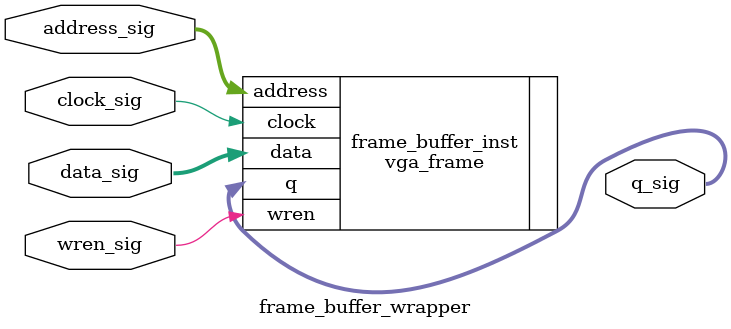
<source format=v>
module frame_buffer_wrapper (
input [14:0] address_sig,
input clock_sig,
input [23:0] data_sig,
input wren_sig,
output [23:0] q_sig
);

vga_frame frame_buffer_inst (
.address(address_sig),
.clock(clock_sig),
.data(data_sig),
.wren(wren_sig),
.q(q_sig)
);

endmodule
</source>
